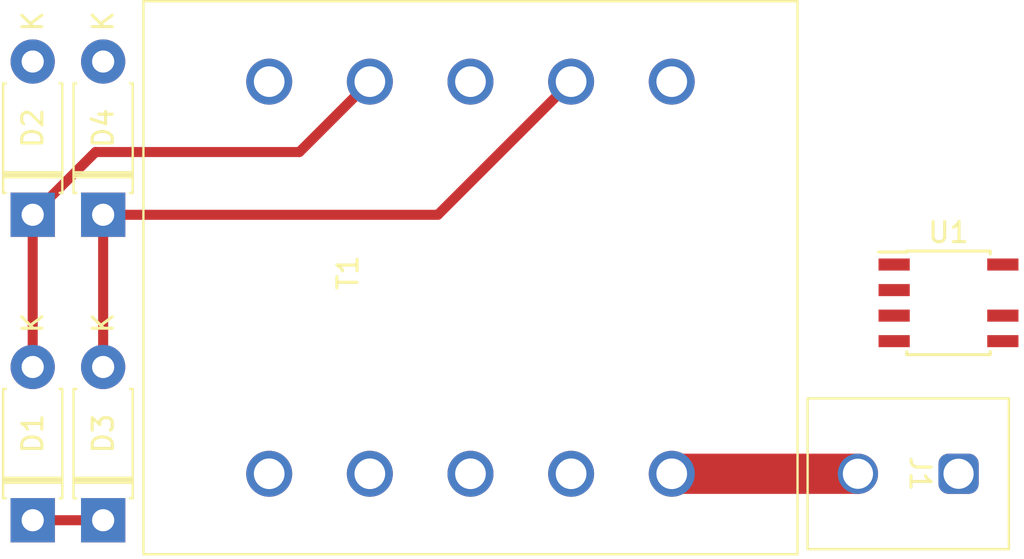
<source format=kicad_pcb>
(kicad_pcb (version 20211014) (generator pcbnew)
  (layers (0 "F.Cu" signal) (31 "B.Cu" signal) (34 "B.Paste" user) (35 "F.Paste" user) (36 "B.SilkS" user "B.Silkscreen") (37 "F.SilkS" user "F.Silkscreen") (38 "B.Mask" user) (39 "F.Mask" user) (44 "Edge.Cuts" user))
  (net 0 "")
  (net 1 "PHASE")
  (net 2 "NEUTRE")
  (net 3 "MIN")
  (net 4 "POS")
  (net 5 "REGIN")
  (net 6 "REGOUT")
  (net 7 "VIN")
  (footprint "Diode_THT:D_DO-41_SOD81_P7.62mm_Horizontal" (layer "F.Cu") (at 97.5 68.81 90)
    (fp_text reference "D1" (at 4.31 0 90) (layer "F.SilkS"))
    (fp_text value "DIODE")
    (fp_text user "K" (at 9.81 0 90) (layer "F.SilkS"))
    (fp_line (start 1.09 -1.34) (end 1.09 -1.47) (layer "F.SilkS") (width 0.12))
    (fp_line (start 1.87 -1.47) (end 1.87 1.47) (layer "F.SilkS") (width 0.12))
    (fp_line (start 1.09 -1.47) (end 6.53 -1.47) (layer "F.SilkS") (width 0.12))
    (fp_line (start 1.09 1.34) (end 1.09 1.47) (layer "F.SilkS") (width 0.12))
    (fp_line (start 6.53 -1.47) (end 6.53 -1.34) (layer "F.SilkS") (width 0.12))
    (fp_line (start 1.99 -1.47) (end 1.99 1.47) (layer "F.SilkS") (width 0.12))
    (fp_line (start 2.11 -1.47) (end 2.11 1.47) (layer "F.SilkS") (width 0.12))
    (fp_line (start 6.53 1.47) (end 6.53 1.34) (layer "F.SilkS") (width 0.12))
    (fp_line (start 1.09 1.47) (end 6.53 1.47) (layer "F.SilkS") (width 0.12))
    (pad "1" thru_hole rect (at 0 0 90) (size 2.2 2.2) (drill 1.1) (layers *.Cu *.Mask) (net 7 "VIN"))
    (pad "2" thru_hole oval (at 7.62 0 90) (size 2.2 2.2) (drill 1.1) (layers *.Cu *.Mask) (net 4 "POS"))
  )
  (footprint "Package_SO:SOIC-8-N7_3.9x4.9mm_P1.27mm" (layer "F.Cu") (at 143 58)
    (fp_text reference "U1" (at 0 -3.5) (layer "F.SilkS"))
    (fp_text value "NCP3334")
    (fp_line (start -2.075 2.575) (end -2.075 2.43) (layer "F.SilkS") (width 0.15))
    (fp_line (start 2.075 -2.575) (end 2.075 -2.43) (layer "F.SilkS") (width 0.15))
    (fp_line (start -2.075 2.575) (end 2.075 2.575) (layer "F.SilkS") (width 0.15))
    (fp_line (start -2.075 -2.575) (end -2.075 -2.525) (layer "F.SilkS") (width 0.15))
    (fp_line (start 2.075 2.575) (end 2.075 2.43) (layer "F.SilkS") (width 0.15))
    (fp_line (start -2.075 -2.525) (end -3.475 -2.525) (layer "F.SilkS") (width 0.15))
    (fp_line (start -2.075 -2.575) (end 2.075 -2.575) (layer "F.SilkS") (width 0.15))
    (pad "1" smd rect (at -2.7 -1.905) (size 1.55 0.6) (layers "F.Cu" "F.Paste" "F.Mask") (net 2 "NEUTRE"))
    (pad "2" smd rect (at -2.7 -0.635) (size 1.55 0.6) (layers "F.Cu" "F.Paste" "F.Mask") (net 5 "REGIN"))
    (pad "3" smd rect (at -2.7 0.635) (size 1.55 0.6) (layers "F.Cu" "F.Paste" "F.Mask") (net 5 "REGIN"))
    (pad "4" smd rect (at -2.7 1.905) (size 1.55 0.6) (layers "F.Cu" "F.Paste" "F.Mask") (net 5 "REGIN"))
    (pad "5" smd rect (at 2.7 1.905) (size 1.55 0.6) (layers "F.Cu" "F.Paste" "F.Mask") (net 6 "REGOUT"))
    (pad "6" smd rect (at 2.7 0.635) (size 1.55 0.6) (layers "F.Cu" "F.Paste" "F.Mask") (net 6 "REGOUT"))
    (pad "8" smd rect (at 2.7 -1.905) (size 1.55 0.6) (layers "F.Cu" "F.Paste" "F.Mask"))
  )
  (footprint "Diode_THT:D_DO-41_SOD81_P7.62mm_Horizontal" (layer "F.Cu") (at 101 53.62 90)
    (fp_text reference "D4" (at 4.31 0 90) (layer "F.SilkS"))
    (fp_text value "DIODE")
    (fp_text user "K" (at 9.62 0 90) (layer "F.SilkS"))
    (fp_line (start 1.87 -1.47) (end 1.87 1.47) (layer "F.SilkS") (width 0.12))
    (fp_line (start 6.53 1.47) (end 6.53 1.34) (layer "F.SilkS") (width 0.12))
    (fp_line (start 1.09 1.47) (end 6.53 1.47) (layer "F.SilkS") (width 0.12))
    (fp_line (start 1.09 -1.47) (end 6.53 -1.47) (layer "F.SilkS") (width 0.12))
    (fp_line (start 2.11 -1.47) (end 2.11 1.47) (layer "F.SilkS") (width 0.12))
    (fp_line (start 1.09 1.34) (end 1.09 1.47) (layer "F.SilkS") (width 0.12))
    (fp_line (start 1.99 -1.47) (end 1.99 1.47) (layer "F.SilkS") (width 0.12))
    (fp_line (start 6.53 -1.47) (end 6.53 -1.34) (layer "F.SilkS") (width 0.12))
    (fp_line (start 1.09 -1.34) (end 1.09 -1.47) (layer "F.SilkS") (width 0.12))
    (pad "1" thru_hole rect (at 0 0 90) (size 2.2 2.2) (drill 1.1) (layers *.Cu *.Mask) (net 3 "MIN"))
    (pad "2" thru_hole oval (at 7.62 0 90) (size 2.2 2.2) (drill 1.1) (layers *.Cu *.Mask) (net 2 "NEUTRE"))
  )
  (footprint "Diode_THT:D_DO-41_SOD81_P7.62mm_Horizontal" (layer "F.Cu") (at 97.5 53.62 90)
    (fp_text reference "D2" (at 4.31 0 90) (layer "F.SilkS"))
    (fp_text value "DIODE")
    (fp_text user "K" (at 9.62 0 90) (layer "F.SilkS"))
    (fp_line (start 1.99 -1.47) (end 1.99 1.47) (layer "F.SilkS") (width 0.12))
    (fp_line (start 2.11 -1.47) (end 2.11 1.47) (layer "F.SilkS") (width 0.12))
    (fp_line (start 1.09 1.34) (end 1.09 1.47) (layer "F.SilkS") (width 0.12))
    (fp_line (start 6.53 -1.47) (end 6.53 -1.34) (layer "F.SilkS") (width 0.12))
    (fp_line (start 1.09 1.47) (end 6.53 1.47) (layer "F.SilkS") (width 0.12))
    (fp_line (start 1.09 -1.34) (end 1.09 -1.47) (layer "F.SilkS") (width 0.12))
    (fp_line (start 6.53 1.47) (end 6.53 1.34) (layer "F.SilkS") (width 0.12))
    (fp_line (start 1.09 -1.47) (end 6.53 -1.47) (layer "F.SilkS") (width 0.12))
    (fp_line (start 1.87 -1.47) (end 1.87 1.47) (layer "F.SilkS") (width 0.12))
    (pad "1" thru_hole rect (at 0 0 90) (size 2.2 2.2) (drill 1.1) (layers *.Cu *.Mask) (net 4 "POS"))
    (pad "2" thru_hole oval (at 7.62 0 90) (size 2.2 2.2) (drill 1.1) (layers *.Cu *.Mask) (net 2 "NEUTRE"))
  )
  (footprint "Transformer_THT:RSRO_121-3824" (layer "F.Cu") (at 103 70.5 90)
    (fp_text reference "T1" (at 14 10.16 90 unlocked) (layer "F.SilkS"))
    (fp_text value "RSPRO_121-3824")
    (fp_rect (start 0 0) (end 27.5 32.5) (layer "F.SilkS") (width 0.12) (fill none))
    (pad "1" thru_hole circle (at 4 26.25 90) (size 2.286 2.286) (drill 1.524) (layers *.Cu *.Mask) (net 1 "PHASE"))
    (pad "2" thru_hole circle (at 4 21.25 90) (size 2.286 2.286) (drill 1.524) (layers *.Cu *.Mask))
    (pad "3" thru_hole circle (at 4 16.25 90) (size 2.286 2.286) (drill 1.524) (layers *.Cu *.Mask))
    (pad "4" thru_hole circle (at 4 11.25 90) (size 2.286 2.286) (drill 1.524) (layers *.Cu *.Mask))
    (pad "5" thru_hole circle (at 4 6.25 90) (size 2.286 2.286) (drill 1.524) (layers *.Cu *.Mask) (net 2 "NEUTRE"))
    (pad "6" thru_hole circle (at 23.5 6.25 90) (size 2.286 2.286) (drill 1.524) (layers *.Cu *.Mask))
    (pad "7" thru_hole circle (at 23.5 11.25 90) (size 2.286 2.286) (drill 1.524) (layers *.Cu *.Mask) (net 4 "POS"))
    (pad "8" thru_hole circle (at 23.5 16.25 90) (size 2.286 2.286) (drill 1.524) (layers *.Cu *.Mask))
    (pad "9" thru_hole circle (at 23.5 21.25 90) (size 2.286 2.286) (drill 1.524) (layers *.Cu *.Mask) (net 3 "MIN"))
    (pad "10" thru_hole circle (at 23.5 26.25 90) (size 2.286 2.286) (drill 1.524) (layers *.Cu *.Mask))
  )
  (footprint "USER:bornier_1x2_p5.00mm" (layer "F.Cu") (at 146 66.5 -90)
    (fp_text reference "J1" (at 0 4.405 -90 unlocked) (layer "F.SilkS"))
    (fp_text value "INPUT")
    (fp_rect (start -3.75 0) (end 3.75 10) (layer "F.SilkS") (width 0.12) (fill none))
    (pad "1" thru_hole roundrect (at 0 2.5 270) (size 2 2) (drill 1.5) (layers *.Cu *.Mask) (net 2 "NEUTRE"))
    (pad "2" thru_hole circle (at 0 7.5 270) (size 2 2) (drill 1.5) (layers *.Cu *.Mask) (net 1 "PHASE"))
  )
  (footprint "Diode_THT:D_DO-41_SOD81_P7.62mm_Horizontal" (layer "F.Cu") (at 101 68.81 90)
    (fp_text reference "D3" (at 4.31 0 90) (layer "F.SilkS"))
    (fp_text value "DIODE")
    (fp_text user "K" (at 9.81 0 90) (layer "F.SilkS"))
    (fp_line (start 1.09 -1.34) (end 1.09 -1.47) (layer "F.SilkS") (width 0.12))
    (fp_line (start 1.09 -1.47) (end 6.53 -1.47) (layer "F.SilkS") (width 0.12))
    (fp_line (start 1.09 1.34) (end 1.09 1.47) (layer "F.SilkS") (width 0.12))
    (fp_line (start 1.09 1.47) (end 6.53 1.47) (layer "F.SilkS") (width 0.12))
    (fp_line (start 1.99 -1.47) (end 1.99 1.47) (layer "F.SilkS") (width 0.12))
    (fp_line (start 2.11 -1.47) (end 2.11 1.47) (layer "F.SilkS") (width 0.12))
    (fp_line (start 6.53 1.47) (end 6.53 1.34) (layer "F.SilkS") (width 0.12))
    (fp_line (start 1.87 -1.47) (end 1.87 1.47) (layer "F.SilkS") (width 0.12))
    (fp_line (start 6.53 -1.47) (end 6.53 -1.34) (layer "F.SilkS") (width 0.12))
    (pad "1" thru_hole rect (at 0 0 90) (size 2.2 2.2) (drill 1.1) (layers *.Cu *.Mask) (net 7 "VIN"))
    (pad "2" thru_hole oval (at 7.62 0 90) (size 2.2 2.2) (drill 1.1) (layers *.Cu *.Mask) (net 3 "MIN"))
  )
  (segment (start 138.5 66.5) (end 129.25 66.5) (width 2) (layer "F.Cu") (net 1))
  (segment (start 124.25 47) (end 117.63 53.62) (width 0.5) (layer "F.Cu") (net 3))
  (segment (start 117.63 53.62) (end 101 53.62) (width 0.5) (layer "F.Cu") (net 3))
  (segment (start 101 53.62) (end 101 61.19) (width 0.5) (layer "F.Cu") (net 3))
  (segment (start 114.25 47) (end 110.75 50.5) (width 0.5) (layer "F.Cu") (net 4))
  (segment (start 110.75 50.5) (end 100.62 50.5) (width 0.5) (layer "F.Cu") (net 4))
  (segment (start 100.62 50.5) (end 97.5 53.62) (width 0.5) (layer "F.Cu") (net 4))
  (segment (start 97.5 53.62) (end 97.5 61.19) (width 0.5) (layer "F.Cu") (net 4))
  (segment (start 101 68.81) (end 97.5 68.81) (width 0.5) (layer "F.Cu") (net 7))
)
</source>
